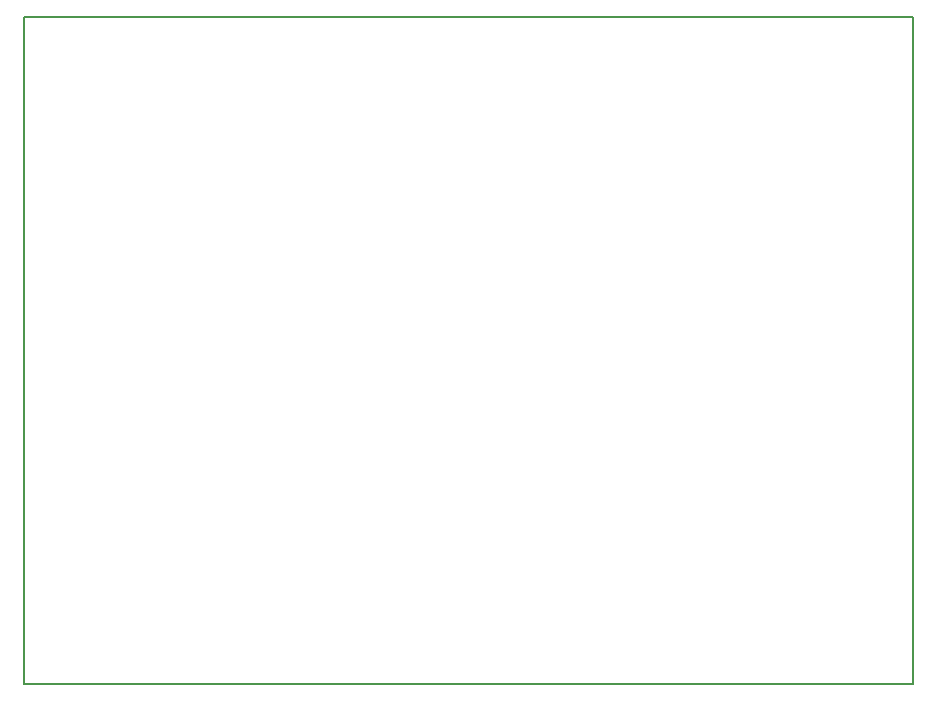
<source format=gbo>
G04 MADE WITH FRITZING*
G04 WWW.FRITZING.ORG*
G04 DOUBLE SIDED*
G04 HOLES PLATED*
G04 CONTOUR ON CENTER OF CONTOUR VECTOR*
%ASAXBY*%
%FSLAX23Y23*%
%MOIN*%
%OFA0B0*%
%SFA1.0B1.0*%
%ADD10R,2.974070X2.229630X2.958070X2.213630*%
%ADD11C,0.008000*%
%LNSILK0*%
G90*
G70*
G54D11*
X4Y2226D02*
X2970Y2226D01*
X2970Y4D01*
X4Y4D01*
X4Y2226D01*
D02*
G04 End of Silk0*
M02*
</source>
